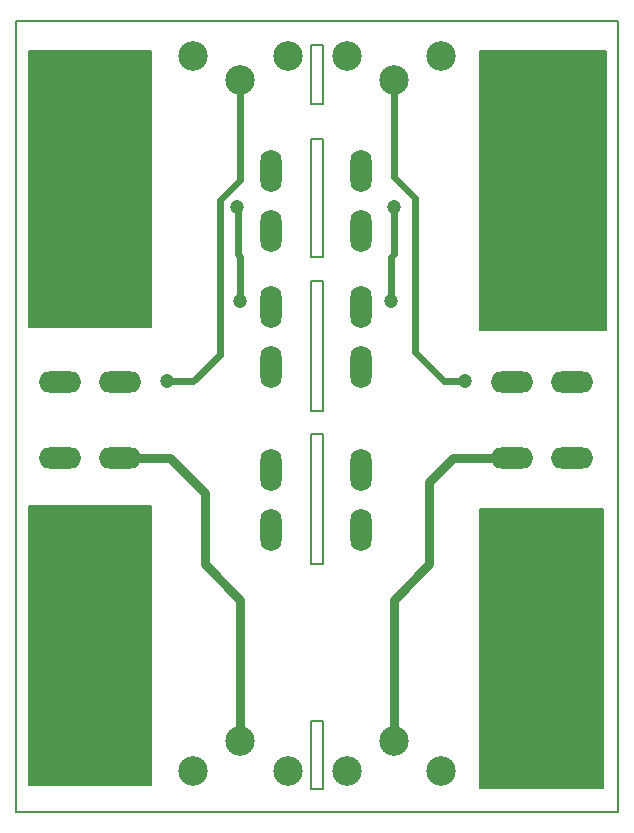
<source format=gbr>
G04 #@! TF.FileFunction,Copper,L2,Bot,Signal*
%FSLAX46Y46*%
G04 Gerber Fmt 4.6, Leading zero omitted, Abs format (unit mm)*
G04 Created by KiCad (PCBNEW 4.0.7) date 07/04/18 12:00:08*
%MOMM*%
%LPD*%
G01*
G04 APERTURE LIST*
%ADD10C,0.100000*%
%ADD11C,0.150000*%
%ADD12C,1.200000*%
%ADD13C,2.499360*%
%ADD14O,3.600000X1.800000*%
%ADD15O,1.800000X3.600000*%
%ADD16C,0.600000*%
%ADD17C,0.800000*%
%ADD18C,0.127000*%
G04 APERTURE END LIST*
D10*
D11*
X141000000Y-124000000D02*
X141000000Y-118250000D01*
X142000000Y-124000000D02*
X141000000Y-124000000D01*
X142000000Y-118250000D02*
X142000000Y-124000000D01*
X141000000Y-118250000D02*
X142000000Y-118250000D01*
X141000000Y-105000000D02*
X141000000Y-94000000D01*
X142000000Y-105000000D02*
X141000000Y-105000000D01*
X142000000Y-94000000D02*
X142000000Y-105000000D01*
X141000000Y-94000000D02*
X142000000Y-94000000D01*
X141000000Y-92000000D02*
X141000000Y-81000000D01*
X142000000Y-92000000D02*
X141000000Y-92000000D01*
X142000000Y-81000000D02*
X142000000Y-92000000D01*
X141000000Y-81000000D02*
X142000000Y-81000000D01*
X141000000Y-79000000D02*
X141000000Y-69000000D01*
X142000000Y-79000000D02*
X141000000Y-79000000D01*
X142000000Y-69000000D02*
X142000000Y-79000000D01*
X141000000Y-69000000D02*
X142000000Y-69000000D01*
X142000000Y-61000000D02*
X141000000Y-61000000D01*
X142000000Y-66000000D02*
X142000000Y-61000000D01*
X141000000Y-66000000D02*
X142000000Y-66000000D01*
X141000000Y-61000000D02*
X141000000Y-66000000D01*
X116000000Y-126000000D02*
X116000000Y-59000000D01*
X167000000Y-126000000D02*
X116000000Y-126000000D01*
X167000000Y-59000000D02*
X167000000Y-126000000D01*
X116000000Y-59000000D02*
X167000000Y-59000000D01*
D12*
X154000000Y-89500000D03*
X128750000Y-89500000D03*
X148000000Y-74750000D03*
X147750000Y-82750000D03*
X134750000Y-74750000D03*
X135000000Y-82750000D03*
X159250000Y-119500000D03*
X157250000Y-118500000D03*
X159250000Y-117250000D03*
X159250000Y-113000000D03*
X157250000Y-112000000D03*
X159250000Y-111000000D03*
X159250000Y-106750000D03*
X157250000Y-105750000D03*
X159250000Y-104500000D03*
X125750000Y-118500000D03*
X123750000Y-119250000D03*
X123750000Y-117500000D03*
X125750000Y-112000000D03*
X123750000Y-113000000D03*
X123750000Y-111000000D03*
X125750000Y-105750000D03*
X123750000Y-106500000D03*
X123750000Y-104500000D03*
X157250000Y-80000000D03*
X125750000Y-80000000D03*
X159250000Y-72500000D03*
X159250000Y-78750000D03*
X159250000Y-66250000D03*
X159250000Y-81000000D03*
X159250000Y-74500000D03*
X123750000Y-79000000D03*
X157250000Y-73500000D03*
X123750000Y-81000000D03*
X123750000Y-72500000D03*
X123750000Y-66250000D03*
X159250000Y-68250000D03*
X125750000Y-73750000D03*
X157250000Y-67250000D03*
X125750000Y-67250000D03*
X123750000Y-74500000D03*
D13*
X148000000Y-64000000D03*
X135000000Y-64000000D03*
X144000000Y-62000000D03*
X139000000Y-62000000D03*
X152000000Y-62000000D03*
X131000000Y-62000000D03*
X135000000Y-120000000D03*
X148000000Y-120000000D03*
X144000000Y-122500000D03*
X152000000Y-122500000D03*
X131000000Y-122500000D03*
D14*
X119720000Y-64000000D03*
X124800000Y-64000000D03*
X119720000Y-70400000D03*
X124800000Y-70400000D03*
X158000000Y-64000000D03*
X163080000Y-64000000D03*
X158000000Y-70400000D03*
X163080000Y-70400000D03*
X119720000Y-121600000D03*
X124800000Y-121600000D03*
X119720000Y-115200000D03*
X124800000Y-115200000D03*
X158000000Y-115200000D03*
X163080000Y-115200000D03*
X158000000Y-121600000D03*
X163080000Y-121600000D03*
X119720000Y-108800000D03*
X124800000Y-108800000D03*
X119720000Y-76800000D03*
X124800000Y-76800000D03*
X119720000Y-83200000D03*
X124800000Y-83200000D03*
X119720000Y-102400000D03*
X124800000Y-102400000D03*
X158000000Y-108800000D03*
X163080000Y-108800000D03*
X158000000Y-76800000D03*
X163080000Y-76800000D03*
X158000000Y-83200000D03*
X163080000Y-83200000D03*
X158000000Y-102400000D03*
X163080000Y-102400000D03*
X119720000Y-89600000D03*
X124800000Y-89600000D03*
X119720000Y-96000000D03*
X124800000Y-96000000D03*
X158000000Y-89600000D03*
X163080000Y-89600000D03*
X158000000Y-96000000D03*
X163080000Y-96000000D03*
D15*
X137600000Y-102080000D03*
X137600000Y-97000000D03*
X137600000Y-88280000D03*
X137600000Y-83200000D03*
X137600000Y-76800000D03*
X137600000Y-71720000D03*
X145200000Y-102080000D03*
X145200000Y-97000000D03*
X145200000Y-88280000D03*
X145200000Y-83200000D03*
X145200000Y-76800000D03*
X145200000Y-71720000D03*
D13*
X139000000Y-122500000D03*
D12*
X123750000Y-68250000D03*
D16*
X135000000Y-82750000D02*
X135000000Y-79020173D01*
X135000000Y-79020173D02*
X134754370Y-78774543D01*
X134754370Y-78774543D02*
X134754370Y-74759051D01*
X134754370Y-74759051D02*
X134744355Y-74749036D01*
X147750000Y-82750000D02*
X147750000Y-79000000D01*
X147750000Y-79000000D02*
X147999533Y-78750467D01*
X147999533Y-78750467D02*
X147999533Y-74740855D01*
X147999533Y-74740855D02*
X147998998Y-74740320D01*
X128750000Y-89500000D02*
X131000000Y-89500000D01*
X131000000Y-89500000D02*
X133250000Y-87250000D01*
X133250000Y-87250000D02*
X133250000Y-74200067D01*
X133250000Y-74200067D02*
X135000000Y-72450067D01*
X135000000Y-72450067D02*
X135000000Y-64000000D01*
D17*
X132000000Y-105000000D02*
X135000000Y-108000000D01*
X135000000Y-108000000D02*
X135000000Y-120000000D01*
X132000000Y-99000000D02*
X132000000Y-105000000D01*
X129000000Y-96000000D02*
X132000000Y-99000000D01*
X124800000Y-96000000D02*
X129000000Y-96000000D01*
D16*
X154000000Y-89500000D02*
X152257483Y-89500000D01*
X152257483Y-89500000D02*
X149756407Y-86998924D01*
X149756407Y-86998924D02*
X149756407Y-74006407D01*
X149756407Y-74006407D02*
X148000000Y-72250000D01*
X148000000Y-72250000D02*
X148000000Y-64000000D01*
D17*
X151000000Y-105000000D02*
X148000000Y-108000000D01*
X148000000Y-108000000D02*
X148000000Y-120000000D01*
X151000000Y-98000000D02*
X151000000Y-105000000D01*
X153000000Y-96000000D02*
X151000000Y-98000000D01*
X158000000Y-96000000D02*
X153000000Y-96000000D01*
D18*
G36*
X127436500Y-123686500D02*
X117063500Y-123686500D01*
X117063500Y-100063500D01*
X127436500Y-100063500D01*
X127436500Y-123686500D01*
X127436500Y-123686500D01*
G37*
X127436500Y-123686500D02*
X117063500Y-123686500D01*
X117063500Y-100063500D01*
X127436500Y-100063500D01*
X127436500Y-123686500D01*
G36*
X165686500Y-123936500D02*
X155313500Y-123936500D01*
X155313500Y-100313500D01*
X165686500Y-100313500D01*
X165686500Y-123936500D01*
X165686500Y-123936500D01*
G37*
X165686500Y-123936500D02*
X155313500Y-123936500D01*
X155313500Y-100313500D01*
X165686500Y-100313500D01*
X165686500Y-123936500D01*
G36*
X127436500Y-84936500D02*
X117063500Y-84936500D01*
X117063500Y-61563500D01*
X127436500Y-61563500D01*
X127436500Y-84936500D01*
X127436500Y-84936500D01*
G37*
X127436500Y-84936500D02*
X117063500Y-84936500D01*
X117063500Y-61563500D01*
X127436500Y-61563500D01*
X127436500Y-84936500D01*
G36*
X165936500Y-85202644D02*
X155313500Y-85202644D01*
X155313500Y-61563500D01*
X165936500Y-61563500D01*
X165936500Y-85202644D01*
X165936500Y-85202644D01*
G37*
X165936500Y-85202644D02*
X155313500Y-85202644D01*
X155313500Y-61563500D01*
X165936500Y-61563500D01*
X165936500Y-85202644D01*
M02*

</source>
